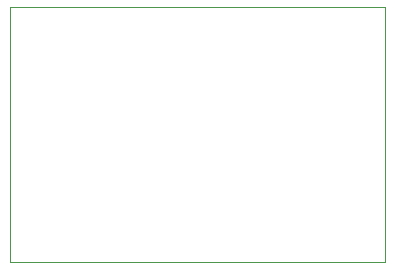
<source format=gbr>
G04 #@! TF.FileFunction,Profile,NP*
%FSLAX46Y46*%
G04 Gerber Fmt 4.6, Leading zero omitted, Abs format (unit mm)*
G04 Created by KiCad (PCBNEW (after 2015-mar-04 BZR unknown)-product) date 11/2/2016 4:10:59 PM*
%MOMM*%
G01*
G04 APERTURE LIST*
%ADD10C,0.150000*%
%ADD11C,0.100000*%
G04 APERTURE END LIST*
D10*
D11*
X25400000Y-44450000D02*
X25400000Y-22860000D01*
X57150000Y-44450000D02*
X25400000Y-44450000D01*
X57150000Y-43180000D02*
X57150000Y-44450000D01*
X57150000Y-22860000D02*
X57150000Y-43180000D01*
X25400000Y-22860000D02*
X57150000Y-22860000D01*
M02*

</source>
